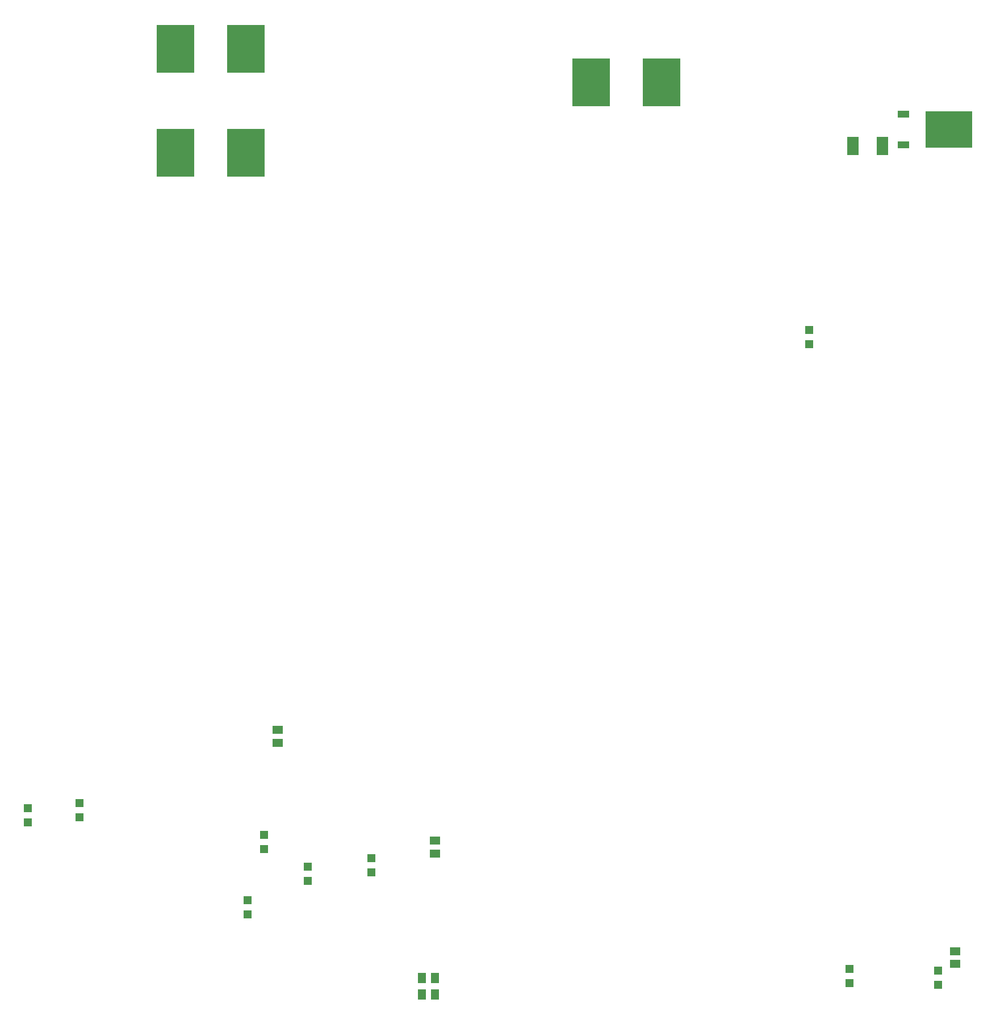
<source format=gbl>
G04 EAGLE Gerber RS-274X export*
G75*
%MOMM*%
%FSLAX34Y34*%
%LPD*%
%INSolderpaste Top*%
%IPPOS*%
%AMOC8*
5,1,8,0,0,1.08239X$1,22.5*%
G01*
%ADD10R,1.200000X1.200000*%
%ADD11R,1.500000X1.300000*%
%ADD12R,5.600000X7.230000*%
%ADD13R,1.300000X1.500000*%
%ADD14R,1.717900X0.973900*%
%ADD15R,7.000900X5.543900*%
%ADD16R,1.800000X2.700000*%


D10*
X570000Y345500D03*
X570000Y324500D03*
X1657500Y1050500D03*
X1657500Y1029500D03*
X492500Y338000D03*
X492500Y317000D03*
X1717500Y98000D03*
X1717500Y77000D03*
X1005000Y242000D03*
X1005000Y263000D03*
X910000Y229500D03*
X910000Y250500D03*
X845000Y298000D03*
X845000Y277000D03*
X1850000Y95500D03*
X1850000Y74500D03*
D11*
X1875000Y124500D03*
X1875000Y105500D03*
D12*
X817500Y1470000D03*
X712500Y1470000D03*
X712500Y1315000D03*
X817500Y1315000D03*
X1332500Y1420000D03*
X1437500Y1420000D03*
D13*
X1080500Y60000D03*
X1099500Y60000D03*
X1080500Y85000D03*
X1099500Y85000D03*
D10*
X820000Y200500D03*
X820000Y179500D03*
D11*
X1100000Y270500D03*
X1100000Y289500D03*
X865000Y454500D03*
X865000Y435500D03*
D14*
X1797959Y1372800D03*
X1797959Y1327200D03*
D15*
X1865626Y1350000D03*
D16*
X1723000Y1325000D03*
X1767000Y1325000D03*
M02*

</source>
